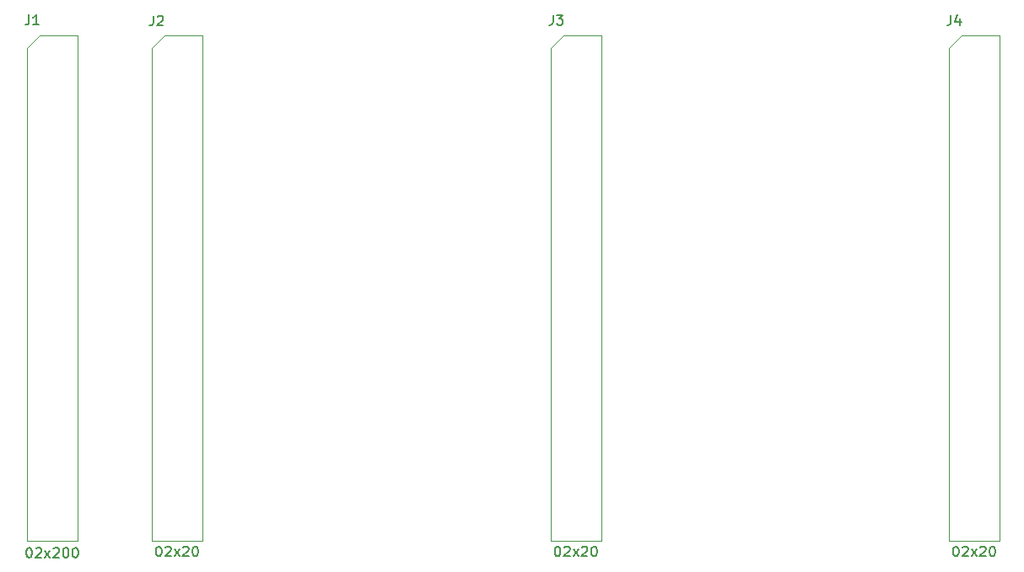
<source format=gbr>
G04 #@! TF.GenerationSoftware,KiCad,Pcbnew,5.1.5+dfsg1-2build2*
G04 #@! TF.CreationDate,2022-01-08T18:27:50+01:00*
G04 #@! TF.ProjectId,open_controler,6f70656e-5f63-46f6-9e74-726f6c65722e,rev?*
G04 #@! TF.SameCoordinates,Original*
G04 #@! TF.FileFunction,Other,Fab,Top*
%FSLAX46Y46*%
G04 Gerber Fmt 4.6, Leading zero omitted, Abs format (unit mm)*
G04 Created by KiCad (PCBNEW 5.1.5+dfsg1-2build2) date 2022-01-08 18:27:50*
%MOMM*%
%LPD*%
G04 APERTURE LIST*
%ADD10C,0.100000*%
%ADD11C,0.150000*%
G04 APERTURE END LIST*
D10*
X81762600Y-57861200D02*
X85572600Y-57861200D01*
X85572600Y-57861200D02*
X85572600Y-108661200D01*
X85572600Y-108661200D02*
X80492600Y-108661200D01*
X80492600Y-108661200D02*
X80492600Y-59131200D01*
X80492600Y-59131200D02*
X81762600Y-57861200D01*
X93014800Y-59131200D02*
X94284800Y-57861200D01*
X93014800Y-108661200D02*
X93014800Y-59131200D01*
X98094800Y-108661200D02*
X93014800Y-108661200D01*
X98094800Y-57861200D02*
X98094800Y-108661200D01*
X94284800Y-57861200D02*
X98094800Y-57861200D01*
X133045200Y-59131200D02*
X134315200Y-57861200D01*
X133045200Y-108661200D02*
X133045200Y-59131200D01*
X138125200Y-108661200D02*
X133045200Y-108661200D01*
X138125200Y-57861200D02*
X138125200Y-108661200D01*
X134315200Y-57861200D02*
X138125200Y-57861200D01*
X174294800Y-57861200D02*
X178104800Y-57861200D01*
X178104800Y-57861200D02*
X178104800Y-108661200D01*
X178104800Y-108661200D02*
X173024800Y-108661200D01*
X173024800Y-108661200D02*
X173024800Y-59131200D01*
X173024800Y-59131200D02*
X174294800Y-57861200D01*
D11*
X80675457Y-109307380D02*
X80770695Y-109307380D01*
X80865933Y-109355000D01*
X80913552Y-109402619D01*
X80961171Y-109497857D01*
X81008790Y-109688333D01*
X81008790Y-109926428D01*
X80961171Y-110116904D01*
X80913552Y-110212142D01*
X80865933Y-110259761D01*
X80770695Y-110307380D01*
X80675457Y-110307380D01*
X80580219Y-110259761D01*
X80532600Y-110212142D01*
X80484980Y-110116904D01*
X80437361Y-109926428D01*
X80437361Y-109688333D01*
X80484980Y-109497857D01*
X80532600Y-109402619D01*
X80580219Y-109355000D01*
X80675457Y-109307380D01*
X81389742Y-109402619D02*
X81437361Y-109355000D01*
X81532600Y-109307380D01*
X81770695Y-109307380D01*
X81865933Y-109355000D01*
X81913552Y-109402619D01*
X81961171Y-109497857D01*
X81961171Y-109593095D01*
X81913552Y-109735952D01*
X81342123Y-110307380D01*
X81961171Y-110307380D01*
X82294504Y-110307380D02*
X82818314Y-109640714D01*
X82294504Y-109640714D02*
X82818314Y-110307380D01*
X83151647Y-109402619D02*
X83199266Y-109355000D01*
X83294504Y-109307380D01*
X83532600Y-109307380D01*
X83627838Y-109355000D01*
X83675457Y-109402619D01*
X83723076Y-109497857D01*
X83723076Y-109593095D01*
X83675457Y-109735952D01*
X83104028Y-110307380D01*
X83723076Y-110307380D01*
X84342123Y-109307380D02*
X84437361Y-109307380D01*
X84532600Y-109355000D01*
X84580219Y-109402619D01*
X84627838Y-109497857D01*
X84675457Y-109688333D01*
X84675457Y-109926428D01*
X84627838Y-110116904D01*
X84580219Y-110212142D01*
X84532600Y-110259761D01*
X84437361Y-110307380D01*
X84342123Y-110307380D01*
X84246885Y-110259761D01*
X84199266Y-110212142D01*
X84151647Y-110116904D01*
X84104028Y-109926428D01*
X84104028Y-109688333D01*
X84151647Y-109497857D01*
X84199266Y-109402619D01*
X84246885Y-109355000D01*
X84342123Y-109307380D01*
X85294504Y-109307380D02*
X85389742Y-109307380D01*
X85484980Y-109355000D01*
X85532600Y-109402619D01*
X85580219Y-109497857D01*
X85627838Y-109688333D01*
X85627838Y-109926428D01*
X85580219Y-110116904D01*
X85532600Y-110212142D01*
X85484980Y-110259761D01*
X85389742Y-110307380D01*
X85294504Y-110307380D01*
X85199266Y-110259761D01*
X85151647Y-110212142D01*
X85104028Y-110116904D01*
X85056409Y-109926428D01*
X85056409Y-109688333D01*
X85104028Y-109497857D01*
X85151647Y-109402619D01*
X85199266Y-109355000D01*
X85294504Y-109307380D01*
X80692666Y-55738780D02*
X80692666Y-56453066D01*
X80645047Y-56595923D01*
X80549809Y-56691161D01*
X80406952Y-56738780D01*
X80311714Y-56738780D01*
X81692666Y-56738780D02*
X81121238Y-56738780D01*
X81406952Y-56738780D02*
X81406952Y-55738780D01*
X81311714Y-55881638D01*
X81216476Y-55976876D01*
X81121238Y-56024495D01*
X93673847Y-109173580D02*
X93769085Y-109173580D01*
X93864323Y-109221200D01*
X93911942Y-109268819D01*
X93959561Y-109364057D01*
X94007180Y-109554533D01*
X94007180Y-109792628D01*
X93959561Y-109983104D01*
X93911942Y-110078342D01*
X93864323Y-110125961D01*
X93769085Y-110173580D01*
X93673847Y-110173580D01*
X93578609Y-110125961D01*
X93530990Y-110078342D01*
X93483371Y-109983104D01*
X93435752Y-109792628D01*
X93435752Y-109554533D01*
X93483371Y-109364057D01*
X93530990Y-109268819D01*
X93578609Y-109221200D01*
X93673847Y-109173580D01*
X94388133Y-109268819D02*
X94435752Y-109221200D01*
X94530990Y-109173580D01*
X94769085Y-109173580D01*
X94864323Y-109221200D01*
X94911942Y-109268819D01*
X94959561Y-109364057D01*
X94959561Y-109459295D01*
X94911942Y-109602152D01*
X94340514Y-110173580D01*
X94959561Y-110173580D01*
X95292895Y-110173580D02*
X95816704Y-109506914D01*
X95292895Y-109506914D02*
X95816704Y-110173580D01*
X96150038Y-109268819D02*
X96197657Y-109221200D01*
X96292895Y-109173580D01*
X96530990Y-109173580D01*
X96626228Y-109221200D01*
X96673847Y-109268819D01*
X96721466Y-109364057D01*
X96721466Y-109459295D01*
X96673847Y-109602152D01*
X96102419Y-110173580D01*
X96721466Y-110173580D01*
X97340514Y-109173580D02*
X97435752Y-109173580D01*
X97530990Y-109221200D01*
X97578609Y-109268819D01*
X97626228Y-109364057D01*
X97673847Y-109554533D01*
X97673847Y-109792628D01*
X97626228Y-109983104D01*
X97578609Y-110078342D01*
X97530990Y-110125961D01*
X97435752Y-110173580D01*
X97340514Y-110173580D01*
X97245276Y-110125961D01*
X97197657Y-110078342D01*
X97150038Y-109983104D01*
X97102419Y-109792628D01*
X97102419Y-109554533D01*
X97150038Y-109364057D01*
X97197657Y-109268819D01*
X97245276Y-109221200D01*
X97340514Y-109173580D01*
X93164066Y-55840380D02*
X93164066Y-56554666D01*
X93116447Y-56697523D01*
X93021209Y-56792761D01*
X92878352Y-56840380D01*
X92783114Y-56840380D01*
X93592638Y-55935619D02*
X93640257Y-55888000D01*
X93735495Y-55840380D01*
X93973590Y-55840380D01*
X94068828Y-55888000D01*
X94116447Y-55935619D01*
X94164066Y-56030857D01*
X94164066Y-56126095D01*
X94116447Y-56268952D01*
X93545019Y-56840380D01*
X94164066Y-56840380D01*
X133704247Y-109173580D02*
X133799485Y-109173580D01*
X133894723Y-109221200D01*
X133942342Y-109268819D01*
X133989961Y-109364057D01*
X134037580Y-109554533D01*
X134037580Y-109792628D01*
X133989961Y-109983104D01*
X133942342Y-110078342D01*
X133894723Y-110125961D01*
X133799485Y-110173580D01*
X133704247Y-110173580D01*
X133609009Y-110125961D01*
X133561390Y-110078342D01*
X133513771Y-109983104D01*
X133466152Y-109792628D01*
X133466152Y-109554533D01*
X133513771Y-109364057D01*
X133561390Y-109268819D01*
X133609009Y-109221200D01*
X133704247Y-109173580D01*
X134418533Y-109268819D02*
X134466152Y-109221200D01*
X134561390Y-109173580D01*
X134799485Y-109173580D01*
X134894723Y-109221200D01*
X134942342Y-109268819D01*
X134989961Y-109364057D01*
X134989961Y-109459295D01*
X134942342Y-109602152D01*
X134370914Y-110173580D01*
X134989961Y-110173580D01*
X135323295Y-110173580D02*
X135847104Y-109506914D01*
X135323295Y-109506914D02*
X135847104Y-110173580D01*
X136180438Y-109268819D02*
X136228057Y-109221200D01*
X136323295Y-109173580D01*
X136561390Y-109173580D01*
X136656628Y-109221200D01*
X136704247Y-109268819D01*
X136751866Y-109364057D01*
X136751866Y-109459295D01*
X136704247Y-109602152D01*
X136132819Y-110173580D01*
X136751866Y-110173580D01*
X137370914Y-109173580D02*
X137466152Y-109173580D01*
X137561390Y-109221200D01*
X137609009Y-109268819D01*
X137656628Y-109364057D01*
X137704247Y-109554533D01*
X137704247Y-109792628D01*
X137656628Y-109983104D01*
X137609009Y-110078342D01*
X137561390Y-110125961D01*
X137466152Y-110173580D01*
X137370914Y-110173580D01*
X137275676Y-110125961D01*
X137228057Y-110078342D01*
X137180438Y-109983104D01*
X137132819Y-109792628D01*
X137132819Y-109554533D01*
X137180438Y-109364057D01*
X137228057Y-109268819D01*
X137275676Y-109221200D01*
X137370914Y-109173580D01*
X133296066Y-55764180D02*
X133296066Y-56478466D01*
X133248447Y-56621323D01*
X133153209Y-56716561D01*
X133010352Y-56764180D01*
X132915114Y-56764180D01*
X133677019Y-55764180D02*
X134296066Y-55764180D01*
X133962733Y-56145133D01*
X134105590Y-56145133D01*
X134200828Y-56192752D01*
X134248447Y-56240371D01*
X134296066Y-56335609D01*
X134296066Y-56573704D01*
X134248447Y-56668942D01*
X134200828Y-56716561D01*
X134105590Y-56764180D01*
X133819876Y-56764180D01*
X133724638Y-56716561D01*
X133677019Y-56668942D01*
X173683847Y-109173580D02*
X173779085Y-109173580D01*
X173874323Y-109221200D01*
X173921942Y-109268819D01*
X173969561Y-109364057D01*
X174017180Y-109554533D01*
X174017180Y-109792628D01*
X173969561Y-109983104D01*
X173921942Y-110078342D01*
X173874323Y-110125961D01*
X173779085Y-110173580D01*
X173683847Y-110173580D01*
X173588609Y-110125961D01*
X173540990Y-110078342D01*
X173493371Y-109983104D01*
X173445752Y-109792628D01*
X173445752Y-109554533D01*
X173493371Y-109364057D01*
X173540990Y-109268819D01*
X173588609Y-109221200D01*
X173683847Y-109173580D01*
X174398133Y-109268819D02*
X174445752Y-109221200D01*
X174540990Y-109173580D01*
X174779085Y-109173580D01*
X174874323Y-109221200D01*
X174921942Y-109268819D01*
X174969561Y-109364057D01*
X174969561Y-109459295D01*
X174921942Y-109602152D01*
X174350514Y-110173580D01*
X174969561Y-110173580D01*
X175302895Y-110173580D02*
X175826704Y-109506914D01*
X175302895Y-109506914D02*
X175826704Y-110173580D01*
X176160038Y-109268819D02*
X176207657Y-109221200D01*
X176302895Y-109173580D01*
X176540990Y-109173580D01*
X176636228Y-109221200D01*
X176683847Y-109268819D01*
X176731466Y-109364057D01*
X176731466Y-109459295D01*
X176683847Y-109602152D01*
X176112419Y-110173580D01*
X176731466Y-110173580D01*
X177350514Y-109173580D02*
X177445752Y-109173580D01*
X177540990Y-109221200D01*
X177588609Y-109268819D01*
X177636228Y-109364057D01*
X177683847Y-109554533D01*
X177683847Y-109792628D01*
X177636228Y-109983104D01*
X177588609Y-110078342D01*
X177540990Y-110125961D01*
X177445752Y-110173580D01*
X177350514Y-110173580D01*
X177255276Y-110125961D01*
X177207657Y-110078342D01*
X177160038Y-109983104D01*
X177112419Y-109792628D01*
X177112419Y-109554533D01*
X177160038Y-109364057D01*
X177207657Y-109268819D01*
X177255276Y-109221200D01*
X177350514Y-109173580D01*
X173224866Y-55764180D02*
X173224866Y-56478466D01*
X173177247Y-56621323D01*
X173082009Y-56716561D01*
X172939152Y-56764180D01*
X172843914Y-56764180D01*
X174129628Y-56097514D02*
X174129628Y-56764180D01*
X173891533Y-55716561D02*
X173653438Y-56430847D01*
X174272485Y-56430847D01*
M02*

</source>
